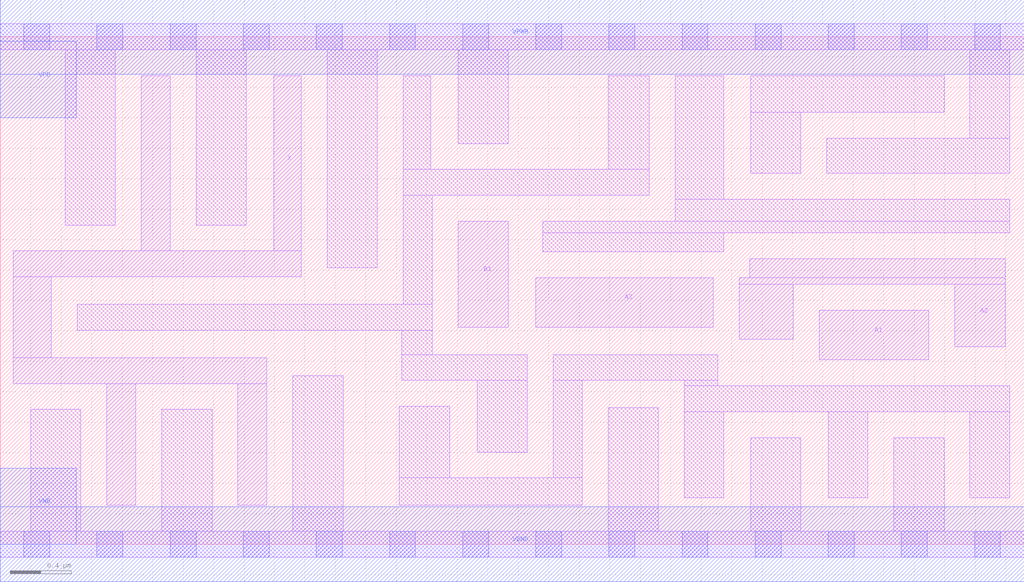
<source format=lef>
# Copyright 2020 The SkyWater PDK Authors
#
# Licensed under the Apache License, Version 2.0 (the "License");
# you may not use this file except in compliance with the License.
# You may obtain a copy of the License at
#
#     https://www.apache.org/licenses/LICENSE-2.0
#
# Unless required by applicable law or agreed to in writing, software
# distributed under the License is distributed on an "AS IS" BASIS,
# WITHOUT WARRANTIES OR CONDITIONS OF ANY KIND, either express or implied.
# See the License for the specific language governing permissions and
# limitations under the License.
#
# SPDX-License-Identifier: Apache-2.0

VERSION 5.5 ;
NAMESCASESENSITIVE ON ;
BUSBITCHARS "[]" ;
DIVIDERCHAR "/" ;
MACRO sky130_fd_sc_lp__o31a_4
  CLASS CORE ;
  SOURCE USER ;
  ORIGIN  0.000000  0.000000 ;
  SIZE  6.720000 BY  3.330000 ;
  SYMMETRY X Y R90 ;
  SITE unit ;
  PIN A1
    ANTENNAGATEAREA  0.630000 ;
    DIRECTION INPUT ;
    USE SIGNAL ;
    PORT
      LAYER li1 ;
        RECT 5.375000 1.210000 6.095000 1.535000 ;
    END
  END A1
  PIN A2
    ANTENNAGATEAREA  0.630000 ;
    DIRECTION INPUT ;
    USE SIGNAL ;
    PORT
      LAYER li1 ;
        RECT 4.850000 1.345000 5.205000 1.705000 ;
        RECT 4.850000 1.705000 6.595000 1.750000 ;
        RECT 4.920000 1.750000 6.595000 1.875000 ;
        RECT 6.265000 1.295000 6.595000 1.705000 ;
    END
  END A2
  PIN A3
    ANTENNAGATEAREA  0.630000 ;
    DIRECTION INPUT ;
    USE SIGNAL ;
    PORT
      LAYER li1 ;
        RECT 3.515000 1.425000 4.680000 1.750000 ;
    END
  END A3
  PIN B1
    ANTENNAGATEAREA  0.630000 ;
    DIRECTION INPUT ;
    USE SIGNAL ;
    PORT
      LAYER li1 ;
        RECT 3.005000 1.425000 3.335000 2.120000 ;
    END
  END B1
  PIN X
    ANTENNADIFFAREA  1.176000 ;
    DIRECTION OUTPUT ;
    USE SIGNAL ;
    PORT
      LAYER li1 ;
        RECT 0.085000 1.055000 1.750000 1.225000 ;
        RECT 0.085000 1.225000 0.335000 1.755000 ;
        RECT 0.085000 1.755000 1.975000 1.925000 ;
        RECT 0.700000 0.255000 0.890000 1.055000 ;
        RECT 0.925000 1.925000 1.115000 3.075000 ;
        RECT 1.560000 0.255000 1.750000 1.055000 ;
        RECT 1.795000 1.925000 1.975000 3.075000 ;
    END
  END X
  PIN VGND
    DIRECTION INOUT ;
    USE GROUND ;
    PORT
      LAYER met1 ;
        RECT 0.000000 -0.245000 6.720000 0.245000 ;
    END
  END VGND
  PIN VNB
    DIRECTION INOUT ;
    USE GROUND ;
    PORT
      LAYER met1 ;
        RECT 0.000000 0.000000 0.500000 0.500000 ;
    END
  END VNB
  PIN VPB
    DIRECTION INOUT ;
    USE POWER ;
    PORT
      LAYER met1 ;
        RECT 0.000000 2.800000 0.500000 3.300000 ;
    END
  END VPB
  PIN VPWR
    DIRECTION INOUT ;
    USE POWER ;
    PORT
      LAYER met1 ;
        RECT 0.000000 3.085000 6.720000 3.575000 ;
    END
  END VPWR
  OBS
    LAYER li1 ;
      RECT 0.000000 -0.085000 6.720000 0.085000 ;
      RECT 0.000000  3.245000 6.720000 3.415000 ;
      RECT 0.200000  0.085000 0.530000 0.885000 ;
      RECT 0.425000  2.095000 0.755000 3.245000 ;
      RECT 0.505000  1.405000 2.835000 1.575000 ;
      RECT 1.060000  0.085000 1.390000 0.885000 ;
      RECT 1.285000  2.095000 1.615000 3.245000 ;
      RECT 1.920000  0.085000 2.250000 1.105000 ;
      RECT 2.145000  1.815000 2.475000 3.245000 ;
      RECT 2.620000  0.255000 3.820000 0.435000 ;
      RECT 2.620000  0.435000 2.950000 0.905000 ;
      RECT 2.635000  1.075000 3.460000 1.245000 ;
      RECT 2.635000  1.245000 2.835000 1.405000 ;
      RECT 2.645000  1.575000 2.835000 2.290000 ;
      RECT 2.645000  2.290000 4.260000 2.460000 ;
      RECT 2.645000  2.460000 2.825000 3.075000 ;
      RECT 3.005000  2.630000 3.335000 3.245000 ;
      RECT 3.130000  0.605000 3.460000 1.075000 ;
      RECT 3.560000  1.920000 4.750000 2.045000 ;
      RECT 3.560000  2.045000 6.625000 2.120000 ;
      RECT 3.630000  0.435000 3.820000 1.075000 ;
      RECT 3.630000  1.075000 4.710000 1.245000 ;
      RECT 3.990000  0.085000 4.320000 0.895000 ;
      RECT 3.990000  2.460000 4.260000 3.075000 ;
      RECT 4.430000  2.120000 6.625000 2.265000 ;
      RECT 4.430000  2.265000 4.750000 3.075000 ;
      RECT 4.490000  0.305000 4.750000 0.870000 ;
      RECT 4.490000  0.870000 6.625000 1.040000 ;
      RECT 4.490000  1.040000 4.710000 1.075000 ;
      RECT 4.925000  0.085000 5.255000 0.700000 ;
      RECT 4.925000  2.435000 5.255000 2.835000 ;
      RECT 4.925000  2.835000 6.195000 3.075000 ;
      RECT 5.425000  2.435000 6.625000 2.665000 ;
      RECT 5.435000  0.305000 5.695000 0.870000 ;
      RECT 5.865000  0.085000 6.195000 0.700000 ;
      RECT 6.365000  0.305000 6.625000 0.870000 ;
      RECT 6.365000  2.665000 6.625000 3.245000 ;
    LAYER mcon ;
      RECT 0.155000 -0.085000 0.325000 0.085000 ;
      RECT 0.155000  3.245000 0.325000 3.415000 ;
      RECT 0.635000 -0.085000 0.805000 0.085000 ;
      RECT 0.635000  3.245000 0.805000 3.415000 ;
      RECT 1.115000 -0.085000 1.285000 0.085000 ;
      RECT 1.115000  3.245000 1.285000 3.415000 ;
      RECT 1.595000 -0.085000 1.765000 0.085000 ;
      RECT 1.595000  3.245000 1.765000 3.415000 ;
      RECT 2.075000 -0.085000 2.245000 0.085000 ;
      RECT 2.075000  3.245000 2.245000 3.415000 ;
      RECT 2.555000 -0.085000 2.725000 0.085000 ;
      RECT 2.555000  3.245000 2.725000 3.415000 ;
      RECT 3.035000 -0.085000 3.205000 0.085000 ;
      RECT 3.035000  3.245000 3.205000 3.415000 ;
      RECT 3.515000 -0.085000 3.685000 0.085000 ;
      RECT 3.515000  3.245000 3.685000 3.415000 ;
      RECT 3.995000 -0.085000 4.165000 0.085000 ;
      RECT 3.995000  3.245000 4.165000 3.415000 ;
      RECT 4.475000 -0.085000 4.645000 0.085000 ;
      RECT 4.475000  3.245000 4.645000 3.415000 ;
      RECT 4.955000 -0.085000 5.125000 0.085000 ;
      RECT 4.955000  3.245000 5.125000 3.415000 ;
      RECT 5.435000 -0.085000 5.605000 0.085000 ;
      RECT 5.435000  3.245000 5.605000 3.415000 ;
      RECT 5.915000 -0.085000 6.085000 0.085000 ;
      RECT 5.915000  3.245000 6.085000 3.415000 ;
      RECT 6.395000 -0.085000 6.565000 0.085000 ;
      RECT 6.395000  3.245000 6.565000 3.415000 ;
  END
END sky130_fd_sc_lp__o31a_4

</source>
